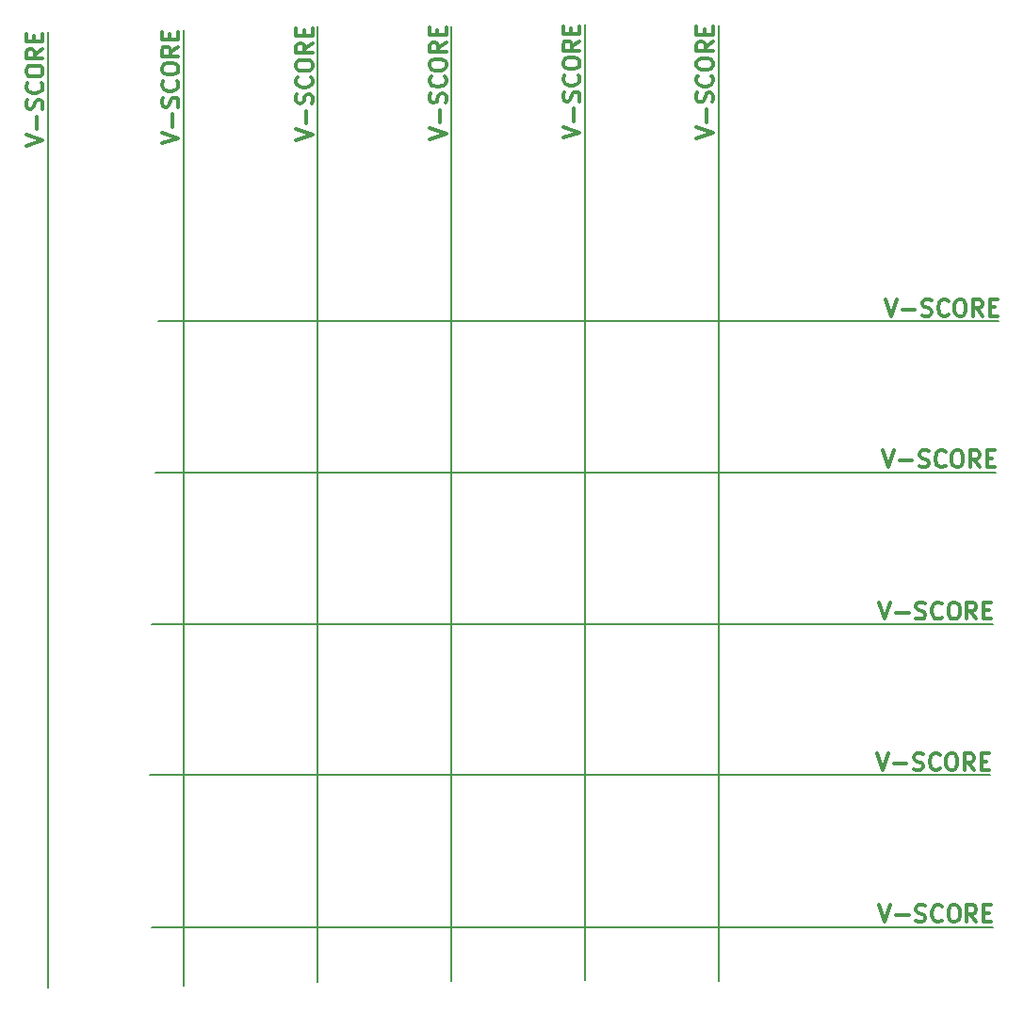
<source format=gbr>
G04 #@! TF.GenerationSoftware,KiCad,Pcbnew,5.0.2-bee76a0~70~ubuntu18.04.1*
G04 #@! TF.CreationDate,2019-05-10T19:11:01+02:00*
G04 #@! TF.ProjectId,spi_connector_board_5x5_panel,7370695f-636f-46e6-9e65-63746f725f62,rev?*
G04 #@! TF.SameCoordinates,Original*
G04 #@! TF.FileFunction,Other,Comment*
%FSLAX46Y46*%
G04 Gerber Fmt 4.6, Leading zero omitted, Abs format (unit mm)*
G04 Created by KiCad (PCBNEW 5.0.2-bee76a0~70~ubuntu18.04.1) date Fr 10 Mai 2019 19:11:01 CEST*
%MOMM*%
%LPD*%
G01*
G04 APERTURE LIST*
%ADD10C,0.300000*%
%ADD11C,0.200000*%
G04 APERTURE END LIST*
D10*
X181709857Y-122876571D02*
X182209857Y-124376571D01*
X182709857Y-122876571D01*
X183209857Y-123805142D02*
X184352714Y-123805142D01*
X184995571Y-124305142D02*
X185209857Y-124376571D01*
X185567000Y-124376571D01*
X185709857Y-124305142D01*
X185781285Y-124233714D01*
X185852714Y-124090857D01*
X185852714Y-123948000D01*
X185781285Y-123805142D01*
X185709857Y-123733714D01*
X185567000Y-123662285D01*
X185281285Y-123590857D01*
X185138428Y-123519428D01*
X185067000Y-123448000D01*
X184995571Y-123305142D01*
X184995571Y-123162285D01*
X185067000Y-123019428D01*
X185138428Y-122948000D01*
X185281285Y-122876571D01*
X185638428Y-122876571D01*
X185852714Y-122948000D01*
X187352714Y-124233714D02*
X187281285Y-124305142D01*
X187067000Y-124376571D01*
X186924142Y-124376571D01*
X186709857Y-124305142D01*
X186567000Y-124162285D01*
X186495571Y-124019428D01*
X186424142Y-123733714D01*
X186424142Y-123519428D01*
X186495571Y-123233714D01*
X186567000Y-123090857D01*
X186709857Y-122948000D01*
X186924142Y-122876571D01*
X187067000Y-122876571D01*
X187281285Y-122948000D01*
X187352714Y-123019428D01*
X188281285Y-122876571D02*
X188567000Y-122876571D01*
X188709857Y-122948000D01*
X188852714Y-123090857D01*
X188924142Y-123376571D01*
X188924142Y-123876571D01*
X188852714Y-124162285D01*
X188709857Y-124305142D01*
X188567000Y-124376571D01*
X188281285Y-124376571D01*
X188138428Y-124305142D01*
X187995571Y-124162285D01*
X187924142Y-123876571D01*
X187924142Y-123376571D01*
X187995571Y-123090857D01*
X188138428Y-122948000D01*
X188281285Y-122876571D01*
X190424142Y-124376571D02*
X189924142Y-123662285D01*
X189567000Y-124376571D02*
X189567000Y-122876571D01*
X190138428Y-122876571D01*
X190281285Y-122948000D01*
X190352714Y-123019428D01*
X190424142Y-123162285D01*
X190424142Y-123376571D01*
X190352714Y-123519428D01*
X190281285Y-123590857D01*
X190138428Y-123662285D01*
X189567000Y-123662285D01*
X191067000Y-123590857D02*
X191567000Y-123590857D01*
X191781285Y-124376571D02*
X191067000Y-124376571D01*
X191067000Y-122876571D01*
X191781285Y-122876571D01*
D11*
X116332000Y-124841000D02*
X191897000Y-124841000D01*
D10*
X105033071Y-54573642D02*
X106533071Y-54073642D01*
X105033071Y-53573642D01*
X105961642Y-53073642D02*
X105961642Y-51930785D01*
X106461642Y-51287928D02*
X106533071Y-51073642D01*
X106533071Y-50716500D01*
X106461642Y-50573642D01*
X106390214Y-50502214D01*
X106247357Y-50430785D01*
X106104500Y-50430785D01*
X105961642Y-50502214D01*
X105890214Y-50573642D01*
X105818785Y-50716500D01*
X105747357Y-51002214D01*
X105675928Y-51145071D01*
X105604500Y-51216500D01*
X105461642Y-51287928D01*
X105318785Y-51287928D01*
X105175928Y-51216500D01*
X105104500Y-51145071D01*
X105033071Y-51002214D01*
X105033071Y-50645071D01*
X105104500Y-50430785D01*
X106390214Y-48930785D02*
X106461642Y-49002214D01*
X106533071Y-49216500D01*
X106533071Y-49359357D01*
X106461642Y-49573642D01*
X106318785Y-49716500D01*
X106175928Y-49787928D01*
X105890214Y-49859357D01*
X105675928Y-49859357D01*
X105390214Y-49787928D01*
X105247357Y-49716500D01*
X105104500Y-49573642D01*
X105033071Y-49359357D01*
X105033071Y-49216500D01*
X105104500Y-49002214D01*
X105175928Y-48930785D01*
X105033071Y-48002214D02*
X105033071Y-47716500D01*
X105104500Y-47573642D01*
X105247357Y-47430785D01*
X105533071Y-47359357D01*
X106033071Y-47359357D01*
X106318785Y-47430785D01*
X106461642Y-47573642D01*
X106533071Y-47716500D01*
X106533071Y-48002214D01*
X106461642Y-48145071D01*
X106318785Y-48287928D01*
X106033071Y-48359357D01*
X105533071Y-48359357D01*
X105247357Y-48287928D01*
X105104500Y-48145071D01*
X105033071Y-48002214D01*
X106533071Y-45859357D02*
X105818785Y-46359357D01*
X106533071Y-46716500D02*
X105033071Y-46716500D01*
X105033071Y-46145071D01*
X105104500Y-46002214D01*
X105175928Y-45930785D01*
X105318785Y-45859357D01*
X105533071Y-45859357D01*
X105675928Y-45930785D01*
X105747357Y-46002214D01*
X105818785Y-46145071D01*
X105818785Y-46716500D01*
X105747357Y-45216500D02*
X105747357Y-44716500D01*
X106533071Y-44502214D02*
X106533071Y-45216500D01*
X105033071Y-45216500D01*
X105033071Y-44502214D01*
D11*
X106997500Y-130302000D02*
X106997500Y-44386500D01*
X119189500Y-130111500D02*
X119189500Y-44196000D01*
D10*
X117225071Y-54383142D02*
X118725071Y-53883142D01*
X117225071Y-53383142D01*
X118153642Y-52883142D02*
X118153642Y-51740285D01*
X118653642Y-51097428D02*
X118725071Y-50883142D01*
X118725071Y-50526000D01*
X118653642Y-50383142D01*
X118582214Y-50311714D01*
X118439357Y-50240285D01*
X118296500Y-50240285D01*
X118153642Y-50311714D01*
X118082214Y-50383142D01*
X118010785Y-50526000D01*
X117939357Y-50811714D01*
X117867928Y-50954571D01*
X117796500Y-51026000D01*
X117653642Y-51097428D01*
X117510785Y-51097428D01*
X117367928Y-51026000D01*
X117296500Y-50954571D01*
X117225071Y-50811714D01*
X117225071Y-50454571D01*
X117296500Y-50240285D01*
X118582214Y-48740285D02*
X118653642Y-48811714D01*
X118725071Y-49026000D01*
X118725071Y-49168857D01*
X118653642Y-49383142D01*
X118510785Y-49526000D01*
X118367928Y-49597428D01*
X118082214Y-49668857D01*
X117867928Y-49668857D01*
X117582214Y-49597428D01*
X117439357Y-49526000D01*
X117296500Y-49383142D01*
X117225071Y-49168857D01*
X117225071Y-49026000D01*
X117296500Y-48811714D01*
X117367928Y-48740285D01*
X117225071Y-47811714D02*
X117225071Y-47526000D01*
X117296500Y-47383142D01*
X117439357Y-47240285D01*
X117725071Y-47168857D01*
X118225071Y-47168857D01*
X118510785Y-47240285D01*
X118653642Y-47383142D01*
X118725071Y-47526000D01*
X118725071Y-47811714D01*
X118653642Y-47954571D01*
X118510785Y-48097428D01*
X118225071Y-48168857D01*
X117725071Y-48168857D01*
X117439357Y-48097428D01*
X117296500Y-47954571D01*
X117225071Y-47811714D01*
X118725071Y-45668857D02*
X118010785Y-46168857D01*
X118725071Y-46526000D02*
X117225071Y-46526000D01*
X117225071Y-45954571D01*
X117296500Y-45811714D01*
X117367928Y-45740285D01*
X117510785Y-45668857D01*
X117725071Y-45668857D01*
X117867928Y-45740285D01*
X117939357Y-45811714D01*
X118010785Y-45954571D01*
X118010785Y-46526000D01*
X117939357Y-45026000D02*
X117939357Y-44526000D01*
X118725071Y-44311714D02*
X118725071Y-45026000D01*
X117225071Y-45026000D01*
X117225071Y-44311714D01*
X165294571Y-53938642D02*
X166794571Y-53438642D01*
X165294571Y-52938642D01*
X166223142Y-52438642D02*
X166223142Y-51295785D01*
X166723142Y-50652928D02*
X166794571Y-50438642D01*
X166794571Y-50081500D01*
X166723142Y-49938642D01*
X166651714Y-49867214D01*
X166508857Y-49795785D01*
X166366000Y-49795785D01*
X166223142Y-49867214D01*
X166151714Y-49938642D01*
X166080285Y-50081500D01*
X166008857Y-50367214D01*
X165937428Y-50510071D01*
X165866000Y-50581500D01*
X165723142Y-50652928D01*
X165580285Y-50652928D01*
X165437428Y-50581500D01*
X165366000Y-50510071D01*
X165294571Y-50367214D01*
X165294571Y-50010071D01*
X165366000Y-49795785D01*
X166651714Y-48295785D02*
X166723142Y-48367214D01*
X166794571Y-48581500D01*
X166794571Y-48724357D01*
X166723142Y-48938642D01*
X166580285Y-49081500D01*
X166437428Y-49152928D01*
X166151714Y-49224357D01*
X165937428Y-49224357D01*
X165651714Y-49152928D01*
X165508857Y-49081500D01*
X165366000Y-48938642D01*
X165294571Y-48724357D01*
X165294571Y-48581500D01*
X165366000Y-48367214D01*
X165437428Y-48295785D01*
X165294571Y-47367214D02*
X165294571Y-47081500D01*
X165366000Y-46938642D01*
X165508857Y-46795785D01*
X165794571Y-46724357D01*
X166294571Y-46724357D01*
X166580285Y-46795785D01*
X166723142Y-46938642D01*
X166794571Y-47081500D01*
X166794571Y-47367214D01*
X166723142Y-47510071D01*
X166580285Y-47652928D01*
X166294571Y-47724357D01*
X165794571Y-47724357D01*
X165508857Y-47652928D01*
X165366000Y-47510071D01*
X165294571Y-47367214D01*
X166794571Y-45224357D02*
X166080285Y-45724357D01*
X166794571Y-46081500D02*
X165294571Y-46081500D01*
X165294571Y-45510071D01*
X165366000Y-45367214D01*
X165437428Y-45295785D01*
X165580285Y-45224357D01*
X165794571Y-45224357D01*
X165937428Y-45295785D01*
X166008857Y-45367214D01*
X166080285Y-45510071D01*
X166080285Y-46081500D01*
X166008857Y-44581500D02*
X166008857Y-44081500D01*
X166794571Y-43867214D02*
X166794571Y-44581500D01*
X165294571Y-44581500D01*
X165294571Y-43867214D01*
D11*
X167259000Y-129667000D02*
X167259000Y-43751500D01*
D10*
X153293071Y-53875142D02*
X154793071Y-53375142D01*
X153293071Y-52875142D01*
X154221642Y-52375142D02*
X154221642Y-51232285D01*
X154721642Y-50589428D02*
X154793071Y-50375142D01*
X154793071Y-50018000D01*
X154721642Y-49875142D01*
X154650214Y-49803714D01*
X154507357Y-49732285D01*
X154364500Y-49732285D01*
X154221642Y-49803714D01*
X154150214Y-49875142D01*
X154078785Y-50018000D01*
X154007357Y-50303714D01*
X153935928Y-50446571D01*
X153864500Y-50518000D01*
X153721642Y-50589428D01*
X153578785Y-50589428D01*
X153435928Y-50518000D01*
X153364500Y-50446571D01*
X153293071Y-50303714D01*
X153293071Y-49946571D01*
X153364500Y-49732285D01*
X154650214Y-48232285D02*
X154721642Y-48303714D01*
X154793071Y-48518000D01*
X154793071Y-48660857D01*
X154721642Y-48875142D01*
X154578785Y-49018000D01*
X154435928Y-49089428D01*
X154150214Y-49160857D01*
X153935928Y-49160857D01*
X153650214Y-49089428D01*
X153507357Y-49018000D01*
X153364500Y-48875142D01*
X153293071Y-48660857D01*
X153293071Y-48518000D01*
X153364500Y-48303714D01*
X153435928Y-48232285D01*
X153293071Y-47303714D02*
X153293071Y-47018000D01*
X153364500Y-46875142D01*
X153507357Y-46732285D01*
X153793071Y-46660857D01*
X154293071Y-46660857D01*
X154578785Y-46732285D01*
X154721642Y-46875142D01*
X154793071Y-47018000D01*
X154793071Y-47303714D01*
X154721642Y-47446571D01*
X154578785Y-47589428D01*
X154293071Y-47660857D01*
X153793071Y-47660857D01*
X153507357Y-47589428D01*
X153364500Y-47446571D01*
X153293071Y-47303714D01*
X154793071Y-45160857D02*
X154078785Y-45660857D01*
X154793071Y-46018000D02*
X153293071Y-46018000D01*
X153293071Y-45446571D01*
X153364500Y-45303714D01*
X153435928Y-45232285D01*
X153578785Y-45160857D01*
X153793071Y-45160857D01*
X153935928Y-45232285D01*
X154007357Y-45303714D01*
X154078785Y-45446571D01*
X154078785Y-46018000D01*
X154007357Y-44518000D02*
X154007357Y-44018000D01*
X154793071Y-43803714D02*
X154793071Y-44518000D01*
X153293071Y-44518000D01*
X153293071Y-43803714D01*
D11*
X155257500Y-129603500D02*
X155257500Y-43688000D01*
X143256000Y-129730500D02*
X143256000Y-43815000D01*
D10*
X141291571Y-54002142D02*
X142791571Y-53502142D01*
X141291571Y-53002142D01*
X142220142Y-52502142D02*
X142220142Y-51359285D01*
X142720142Y-50716428D02*
X142791571Y-50502142D01*
X142791571Y-50145000D01*
X142720142Y-50002142D01*
X142648714Y-49930714D01*
X142505857Y-49859285D01*
X142363000Y-49859285D01*
X142220142Y-49930714D01*
X142148714Y-50002142D01*
X142077285Y-50145000D01*
X142005857Y-50430714D01*
X141934428Y-50573571D01*
X141863000Y-50645000D01*
X141720142Y-50716428D01*
X141577285Y-50716428D01*
X141434428Y-50645000D01*
X141363000Y-50573571D01*
X141291571Y-50430714D01*
X141291571Y-50073571D01*
X141363000Y-49859285D01*
X142648714Y-48359285D02*
X142720142Y-48430714D01*
X142791571Y-48645000D01*
X142791571Y-48787857D01*
X142720142Y-49002142D01*
X142577285Y-49145000D01*
X142434428Y-49216428D01*
X142148714Y-49287857D01*
X141934428Y-49287857D01*
X141648714Y-49216428D01*
X141505857Y-49145000D01*
X141363000Y-49002142D01*
X141291571Y-48787857D01*
X141291571Y-48645000D01*
X141363000Y-48430714D01*
X141434428Y-48359285D01*
X141291571Y-47430714D02*
X141291571Y-47145000D01*
X141363000Y-47002142D01*
X141505857Y-46859285D01*
X141791571Y-46787857D01*
X142291571Y-46787857D01*
X142577285Y-46859285D01*
X142720142Y-47002142D01*
X142791571Y-47145000D01*
X142791571Y-47430714D01*
X142720142Y-47573571D01*
X142577285Y-47716428D01*
X142291571Y-47787857D01*
X141791571Y-47787857D01*
X141505857Y-47716428D01*
X141363000Y-47573571D01*
X141291571Y-47430714D01*
X142791571Y-45287857D02*
X142077285Y-45787857D01*
X142791571Y-46145000D02*
X141291571Y-46145000D01*
X141291571Y-45573571D01*
X141363000Y-45430714D01*
X141434428Y-45359285D01*
X141577285Y-45287857D01*
X141791571Y-45287857D01*
X141934428Y-45359285D01*
X142005857Y-45430714D01*
X142077285Y-45573571D01*
X142077285Y-46145000D01*
X142005857Y-44645000D02*
X142005857Y-44145000D01*
X142791571Y-43930714D02*
X142791571Y-44645000D01*
X141291571Y-44645000D01*
X141291571Y-43930714D01*
X129290071Y-54065642D02*
X130790071Y-53565642D01*
X129290071Y-53065642D01*
X130218642Y-52565642D02*
X130218642Y-51422785D01*
X130718642Y-50779928D02*
X130790071Y-50565642D01*
X130790071Y-50208500D01*
X130718642Y-50065642D01*
X130647214Y-49994214D01*
X130504357Y-49922785D01*
X130361500Y-49922785D01*
X130218642Y-49994214D01*
X130147214Y-50065642D01*
X130075785Y-50208500D01*
X130004357Y-50494214D01*
X129932928Y-50637071D01*
X129861500Y-50708500D01*
X129718642Y-50779928D01*
X129575785Y-50779928D01*
X129432928Y-50708500D01*
X129361500Y-50637071D01*
X129290071Y-50494214D01*
X129290071Y-50137071D01*
X129361500Y-49922785D01*
X130647214Y-48422785D02*
X130718642Y-48494214D01*
X130790071Y-48708500D01*
X130790071Y-48851357D01*
X130718642Y-49065642D01*
X130575785Y-49208500D01*
X130432928Y-49279928D01*
X130147214Y-49351357D01*
X129932928Y-49351357D01*
X129647214Y-49279928D01*
X129504357Y-49208500D01*
X129361500Y-49065642D01*
X129290071Y-48851357D01*
X129290071Y-48708500D01*
X129361500Y-48494214D01*
X129432928Y-48422785D01*
X129290071Y-47494214D02*
X129290071Y-47208500D01*
X129361500Y-47065642D01*
X129504357Y-46922785D01*
X129790071Y-46851357D01*
X130290071Y-46851357D01*
X130575785Y-46922785D01*
X130718642Y-47065642D01*
X130790071Y-47208500D01*
X130790071Y-47494214D01*
X130718642Y-47637071D01*
X130575785Y-47779928D01*
X130290071Y-47851357D01*
X129790071Y-47851357D01*
X129504357Y-47779928D01*
X129361500Y-47637071D01*
X129290071Y-47494214D01*
X130790071Y-45351357D02*
X130075785Y-45851357D01*
X130790071Y-46208500D02*
X129290071Y-46208500D01*
X129290071Y-45637071D01*
X129361500Y-45494214D01*
X129432928Y-45422785D01*
X129575785Y-45351357D01*
X129790071Y-45351357D01*
X129932928Y-45422785D01*
X130004357Y-45494214D01*
X130075785Y-45637071D01*
X130075785Y-46208500D01*
X130004357Y-44708500D02*
X130004357Y-44208500D01*
X130790071Y-43994214D02*
X130790071Y-44708500D01*
X129290071Y-44708500D01*
X129290071Y-43994214D01*
D11*
X131254500Y-129794000D02*
X131254500Y-43878500D01*
D10*
X181519357Y-109224071D02*
X182019357Y-110724071D01*
X182519357Y-109224071D01*
X183019357Y-110152642D02*
X184162214Y-110152642D01*
X184805071Y-110652642D02*
X185019357Y-110724071D01*
X185376500Y-110724071D01*
X185519357Y-110652642D01*
X185590785Y-110581214D01*
X185662214Y-110438357D01*
X185662214Y-110295500D01*
X185590785Y-110152642D01*
X185519357Y-110081214D01*
X185376500Y-110009785D01*
X185090785Y-109938357D01*
X184947928Y-109866928D01*
X184876500Y-109795500D01*
X184805071Y-109652642D01*
X184805071Y-109509785D01*
X184876500Y-109366928D01*
X184947928Y-109295500D01*
X185090785Y-109224071D01*
X185447928Y-109224071D01*
X185662214Y-109295500D01*
X187162214Y-110581214D02*
X187090785Y-110652642D01*
X186876500Y-110724071D01*
X186733642Y-110724071D01*
X186519357Y-110652642D01*
X186376500Y-110509785D01*
X186305071Y-110366928D01*
X186233642Y-110081214D01*
X186233642Y-109866928D01*
X186305071Y-109581214D01*
X186376500Y-109438357D01*
X186519357Y-109295500D01*
X186733642Y-109224071D01*
X186876500Y-109224071D01*
X187090785Y-109295500D01*
X187162214Y-109366928D01*
X188090785Y-109224071D02*
X188376500Y-109224071D01*
X188519357Y-109295500D01*
X188662214Y-109438357D01*
X188733642Y-109724071D01*
X188733642Y-110224071D01*
X188662214Y-110509785D01*
X188519357Y-110652642D01*
X188376500Y-110724071D01*
X188090785Y-110724071D01*
X187947928Y-110652642D01*
X187805071Y-110509785D01*
X187733642Y-110224071D01*
X187733642Y-109724071D01*
X187805071Y-109438357D01*
X187947928Y-109295500D01*
X188090785Y-109224071D01*
X190233642Y-110724071D02*
X189733642Y-110009785D01*
X189376500Y-110724071D02*
X189376500Y-109224071D01*
X189947928Y-109224071D01*
X190090785Y-109295500D01*
X190162214Y-109366928D01*
X190233642Y-109509785D01*
X190233642Y-109724071D01*
X190162214Y-109866928D01*
X190090785Y-109938357D01*
X189947928Y-110009785D01*
X189376500Y-110009785D01*
X190876500Y-109938357D02*
X191376500Y-109938357D01*
X191590785Y-110724071D02*
X190876500Y-110724071D01*
X190876500Y-109224071D01*
X191590785Y-109224071D01*
D11*
X116141500Y-111188500D02*
X191706500Y-111188500D01*
X116332000Y-97599500D02*
X191897000Y-97599500D01*
D10*
X181709857Y-95635071D02*
X182209857Y-97135071D01*
X182709857Y-95635071D01*
X183209857Y-96563642D02*
X184352714Y-96563642D01*
X184995571Y-97063642D02*
X185209857Y-97135071D01*
X185567000Y-97135071D01*
X185709857Y-97063642D01*
X185781285Y-96992214D01*
X185852714Y-96849357D01*
X185852714Y-96706500D01*
X185781285Y-96563642D01*
X185709857Y-96492214D01*
X185567000Y-96420785D01*
X185281285Y-96349357D01*
X185138428Y-96277928D01*
X185067000Y-96206500D01*
X184995571Y-96063642D01*
X184995571Y-95920785D01*
X185067000Y-95777928D01*
X185138428Y-95706500D01*
X185281285Y-95635071D01*
X185638428Y-95635071D01*
X185852714Y-95706500D01*
X187352714Y-96992214D02*
X187281285Y-97063642D01*
X187067000Y-97135071D01*
X186924142Y-97135071D01*
X186709857Y-97063642D01*
X186567000Y-96920785D01*
X186495571Y-96777928D01*
X186424142Y-96492214D01*
X186424142Y-96277928D01*
X186495571Y-95992214D01*
X186567000Y-95849357D01*
X186709857Y-95706500D01*
X186924142Y-95635071D01*
X187067000Y-95635071D01*
X187281285Y-95706500D01*
X187352714Y-95777928D01*
X188281285Y-95635071D02*
X188567000Y-95635071D01*
X188709857Y-95706500D01*
X188852714Y-95849357D01*
X188924142Y-96135071D01*
X188924142Y-96635071D01*
X188852714Y-96920785D01*
X188709857Y-97063642D01*
X188567000Y-97135071D01*
X188281285Y-97135071D01*
X188138428Y-97063642D01*
X187995571Y-96920785D01*
X187924142Y-96635071D01*
X187924142Y-96135071D01*
X187995571Y-95849357D01*
X188138428Y-95706500D01*
X188281285Y-95635071D01*
X190424142Y-97135071D02*
X189924142Y-96420785D01*
X189567000Y-97135071D02*
X189567000Y-95635071D01*
X190138428Y-95635071D01*
X190281285Y-95706500D01*
X190352714Y-95777928D01*
X190424142Y-95920785D01*
X190424142Y-96135071D01*
X190352714Y-96277928D01*
X190281285Y-96349357D01*
X190138428Y-96420785D01*
X189567000Y-96420785D01*
X191067000Y-96349357D02*
X191567000Y-96349357D01*
X191781285Y-97135071D02*
X191067000Y-97135071D01*
X191067000Y-95635071D01*
X191781285Y-95635071D01*
X182027357Y-81982571D02*
X182527357Y-83482571D01*
X183027357Y-81982571D01*
X183527357Y-82911142D02*
X184670214Y-82911142D01*
X185313071Y-83411142D02*
X185527357Y-83482571D01*
X185884500Y-83482571D01*
X186027357Y-83411142D01*
X186098785Y-83339714D01*
X186170214Y-83196857D01*
X186170214Y-83054000D01*
X186098785Y-82911142D01*
X186027357Y-82839714D01*
X185884500Y-82768285D01*
X185598785Y-82696857D01*
X185455928Y-82625428D01*
X185384500Y-82554000D01*
X185313071Y-82411142D01*
X185313071Y-82268285D01*
X185384500Y-82125428D01*
X185455928Y-82054000D01*
X185598785Y-81982571D01*
X185955928Y-81982571D01*
X186170214Y-82054000D01*
X187670214Y-83339714D02*
X187598785Y-83411142D01*
X187384500Y-83482571D01*
X187241642Y-83482571D01*
X187027357Y-83411142D01*
X186884500Y-83268285D01*
X186813071Y-83125428D01*
X186741642Y-82839714D01*
X186741642Y-82625428D01*
X186813071Y-82339714D01*
X186884500Y-82196857D01*
X187027357Y-82054000D01*
X187241642Y-81982571D01*
X187384500Y-81982571D01*
X187598785Y-82054000D01*
X187670214Y-82125428D01*
X188598785Y-81982571D02*
X188884500Y-81982571D01*
X189027357Y-82054000D01*
X189170214Y-82196857D01*
X189241642Y-82482571D01*
X189241642Y-82982571D01*
X189170214Y-83268285D01*
X189027357Y-83411142D01*
X188884500Y-83482571D01*
X188598785Y-83482571D01*
X188455928Y-83411142D01*
X188313071Y-83268285D01*
X188241642Y-82982571D01*
X188241642Y-82482571D01*
X188313071Y-82196857D01*
X188455928Y-82054000D01*
X188598785Y-81982571D01*
X190741642Y-83482571D02*
X190241642Y-82768285D01*
X189884500Y-83482571D02*
X189884500Y-81982571D01*
X190455928Y-81982571D01*
X190598785Y-82054000D01*
X190670214Y-82125428D01*
X190741642Y-82268285D01*
X190741642Y-82482571D01*
X190670214Y-82625428D01*
X190598785Y-82696857D01*
X190455928Y-82768285D01*
X189884500Y-82768285D01*
X191384500Y-82696857D02*
X191884500Y-82696857D01*
X192098785Y-83482571D02*
X191384500Y-83482571D01*
X191384500Y-81982571D01*
X192098785Y-81982571D01*
D11*
X116649500Y-83947000D02*
X192214500Y-83947000D01*
D10*
X182281357Y-68393571D02*
X182781357Y-69893571D01*
X183281357Y-68393571D01*
X183781357Y-69322142D02*
X184924214Y-69322142D01*
X185567071Y-69822142D02*
X185781357Y-69893571D01*
X186138500Y-69893571D01*
X186281357Y-69822142D01*
X186352785Y-69750714D01*
X186424214Y-69607857D01*
X186424214Y-69465000D01*
X186352785Y-69322142D01*
X186281357Y-69250714D01*
X186138500Y-69179285D01*
X185852785Y-69107857D01*
X185709928Y-69036428D01*
X185638500Y-68965000D01*
X185567071Y-68822142D01*
X185567071Y-68679285D01*
X185638500Y-68536428D01*
X185709928Y-68465000D01*
X185852785Y-68393571D01*
X186209928Y-68393571D01*
X186424214Y-68465000D01*
X187924214Y-69750714D02*
X187852785Y-69822142D01*
X187638500Y-69893571D01*
X187495642Y-69893571D01*
X187281357Y-69822142D01*
X187138500Y-69679285D01*
X187067071Y-69536428D01*
X186995642Y-69250714D01*
X186995642Y-69036428D01*
X187067071Y-68750714D01*
X187138500Y-68607857D01*
X187281357Y-68465000D01*
X187495642Y-68393571D01*
X187638500Y-68393571D01*
X187852785Y-68465000D01*
X187924214Y-68536428D01*
X188852785Y-68393571D02*
X189138500Y-68393571D01*
X189281357Y-68465000D01*
X189424214Y-68607857D01*
X189495642Y-68893571D01*
X189495642Y-69393571D01*
X189424214Y-69679285D01*
X189281357Y-69822142D01*
X189138500Y-69893571D01*
X188852785Y-69893571D01*
X188709928Y-69822142D01*
X188567071Y-69679285D01*
X188495642Y-69393571D01*
X188495642Y-68893571D01*
X188567071Y-68607857D01*
X188709928Y-68465000D01*
X188852785Y-68393571D01*
X190995642Y-69893571D02*
X190495642Y-69179285D01*
X190138500Y-69893571D02*
X190138500Y-68393571D01*
X190709928Y-68393571D01*
X190852785Y-68465000D01*
X190924214Y-68536428D01*
X190995642Y-68679285D01*
X190995642Y-68893571D01*
X190924214Y-69036428D01*
X190852785Y-69107857D01*
X190709928Y-69179285D01*
X190138500Y-69179285D01*
X191638500Y-69107857D02*
X192138500Y-69107857D01*
X192352785Y-69893571D02*
X191638500Y-69893571D01*
X191638500Y-68393571D01*
X192352785Y-68393571D01*
D11*
X116903500Y-70358000D02*
X192468500Y-70358000D01*
M02*

</source>
